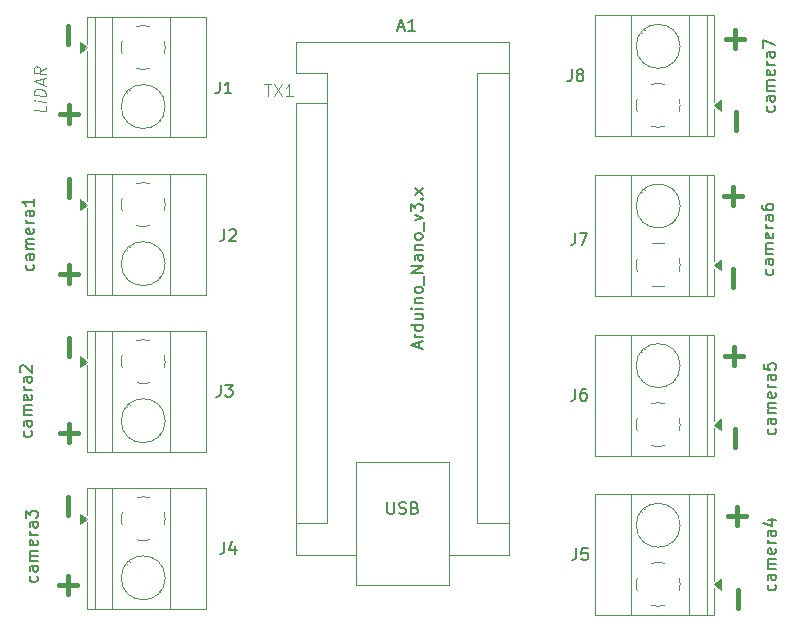
<source format=gto>
%TF.GenerationSoftware,KiCad,Pcbnew,9.0.0*%
%TF.CreationDate,2025-11-11T15:09:18+01:00*%
%TF.ProjectId,lidar_and_7_camera_trigger_arduino_circuit,6c696461-725f-4616-9e64-5f375f63616d,1.0*%
%TF.SameCoordinates,Original*%
%TF.FileFunction,Legend,Top*%
%TF.FilePolarity,Positive*%
%FSLAX46Y46*%
G04 Gerber Fmt 4.6, Leading zero omitted, Abs format (unit mm)*
G04 Created by KiCad (PCBNEW 9.0.0) date 2025-11-11 15:09:18*
%MOMM*%
%LPD*%
G01*
G04 APERTURE LIST*
%ADD10C,0.100000*%
%ADD11C,0.125000*%
%ADD12C,0.400000*%
%ADD13C,0.150000*%
%ADD14C,0.120000*%
G04 APERTURE END LIST*
D10*
X149661027Y-75772419D02*
X150232455Y-75772419D01*
X149946741Y-76772419D02*
X149946741Y-75772419D01*
X150470551Y-75772419D02*
X151137217Y-76772419D01*
X151137217Y-75772419D02*
X150470551Y-76772419D01*
X152041979Y-76772419D02*
X151470551Y-76772419D01*
X151756265Y-76772419D02*
X151756265Y-75772419D01*
X151756265Y-75772419D02*
X151661027Y-75915276D01*
X151661027Y-75915276D02*
X151565789Y-76010514D01*
X151565789Y-76010514D02*
X151470551Y-76058133D01*
D11*
X131171119Y-77609430D02*
X131171119Y-78085621D01*
X131171119Y-78085621D02*
X130171119Y-77960621D01*
X131171119Y-77276097D02*
X130504452Y-77192763D01*
X130171119Y-77151097D02*
X130218738Y-77204668D01*
X130218738Y-77204668D02*
X130266357Y-77163001D01*
X130266357Y-77163001D02*
X130218738Y-77109430D01*
X130218738Y-77109430D02*
X130171119Y-77151097D01*
X130171119Y-77151097D02*
X130266357Y-77163001D01*
X131171119Y-76799907D02*
X130171119Y-76674907D01*
X130171119Y-76674907D02*
X130171119Y-76436811D01*
X130171119Y-76436811D02*
X130218738Y-76299907D01*
X130218738Y-76299907D02*
X130313976Y-76216573D01*
X130313976Y-76216573D02*
X130409214Y-76180859D01*
X130409214Y-76180859D02*
X130599690Y-76157050D01*
X130599690Y-76157050D02*
X130742547Y-76174907D01*
X130742547Y-76174907D02*
X130933023Y-76246335D01*
X130933023Y-76246335D02*
X131028261Y-76305859D01*
X131028261Y-76305859D02*
X131123500Y-76413002D01*
X131123500Y-76413002D02*
X131171119Y-76561811D01*
X131171119Y-76561811D02*
X131171119Y-76799907D01*
X130885404Y-75811811D02*
X130885404Y-75335621D01*
X131171119Y-75942764D02*
X130171119Y-75484430D01*
X130171119Y-75484430D02*
X131171119Y-75276097D01*
X131171119Y-74371335D02*
X130694928Y-74645145D01*
X131171119Y-74942764D02*
X130171119Y-74817764D01*
X130171119Y-74817764D02*
X130171119Y-74436811D01*
X130171119Y-74436811D02*
X130218738Y-74347526D01*
X130218738Y-74347526D02*
X130266357Y-74305859D01*
X130266357Y-74305859D02*
X130361595Y-74270145D01*
X130361595Y-74270145D02*
X130504452Y-74288002D01*
X130504452Y-74288002D02*
X130599690Y-74347526D01*
X130599690Y-74347526D02*
X130647309Y-74401097D01*
X130647309Y-74401097D02*
X130694928Y-74502287D01*
X130694928Y-74502287D02*
X130694928Y-74883240D01*
D12*
X133042533Y-72367319D02*
X133042533Y-70843510D01*
X132339347Y-78272533D02*
X133863157Y-78272533D01*
X133101252Y-79034438D02*
X133101252Y-77510628D01*
X133142533Y-85360652D02*
X133142533Y-83836843D01*
X132339347Y-91872533D02*
X133863157Y-91872533D01*
X133101252Y-92634438D02*
X133101252Y-91110628D01*
X133142533Y-98760652D02*
X133142533Y-97236843D01*
X132339347Y-105272533D02*
X133863157Y-105272533D01*
X133101252Y-106034438D02*
X133101252Y-104510628D01*
X132239347Y-118172533D02*
X133763157Y-118172533D01*
X133001252Y-118934438D02*
X133001252Y-117410628D01*
X133042533Y-112267319D02*
X133042533Y-110743510D01*
X188739347Y-71972533D02*
X190263157Y-71972533D01*
X189501252Y-72734438D02*
X189501252Y-71210628D01*
X189572533Y-79660652D02*
X189572533Y-78136843D01*
X188539347Y-85272533D02*
X190063157Y-85272533D01*
X189301252Y-86034438D02*
X189301252Y-84510628D01*
X189372533Y-92960652D02*
X189372533Y-91436843D01*
X189472533Y-106460652D02*
X189472533Y-104936843D01*
X188639347Y-98772533D02*
X190163157Y-98772533D01*
X189401252Y-99534438D02*
X189401252Y-98010628D01*
X189772533Y-120160652D02*
X189772533Y-118636843D01*
X188939347Y-112372533D02*
X190463157Y-112372533D01*
X189701252Y-113134438D02*
X189701252Y-111610628D01*
D13*
X146266666Y-88054819D02*
X146266666Y-88769104D01*
X146266666Y-88769104D02*
X146219047Y-88911961D01*
X146219047Y-88911961D02*
X146123809Y-89007200D01*
X146123809Y-89007200D02*
X145980952Y-89054819D01*
X145980952Y-89054819D02*
X145885714Y-89054819D01*
X146695238Y-88150057D02*
X146742857Y-88102438D01*
X146742857Y-88102438D02*
X146838095Y-88054819D01*
X146838095Y-88054819D02*
X147076190Y-88054819D01*
X147076190Y-88054819D02*
X147171428Y-88102438D01*
X147171428Y-88102438D02*
X147219047Y-88150057D01*
X147219047Y-88150057D02*
X147266666Y-88245295D01*
X147266666Y-88245295D02*
X147266666Y-88340533D01*
X147266666Y-88340533D02*
X147219047Y-88483390D01*
X147219047Y-88483390D02*
X146647619Y-89054819D01*
X146647619Y-89054819D02*
X147266666Y-89054819D01*
X130107200Y-91047619D02*
X130154819Y-91142857D01*
X130154819Y-91142857D02*
X130154819Y-91333333D01*
X130154819Y-91333333D02*
X130107200Y-91428571D01*
X130107200Y-91428571D02*
X130059580Y-91476190D01*
X130059580Y-91476190D02*
X129964342Y-91523809D01*
X129964342Y-91523809D02*
X129678628Y-91523809D01*
X129678628Y-91523809D02*
X129583390Y-91476190D01*
X129583390Y-91476190D02*
X129535771Y-91428571D01*
X129535771Y-91428571D02*
X129488152Y-91333333D01*
X129488152Y-91333333D02*
X129488152Y-91142857D01*
X129488152Y-91142857D02*
X129535771Y-91047619D01*
X130154819Y-90190476D02*
X129631009Y-90190476D01*
X129631009Y-90190476D02*
X129535771Y-90238095D01*
X129535771Y-90238095D02*
X129488152Y-90333333D01*
X129488152Y-90333333D02*
X129488152Y-90523809D01*
X129488152Y-90523809D02*
X129535771Y-90619047D01*
X130107200Y-90190476D02*
X130154819Y-90285714D01*
X130154819Y-90285714D02*
X130154819Y-90523809D01*
X130154819Y-90523809D02*
X130107200Y-90619047D01*
X130107200Y-90619047D02*
X130011961Y-90666666D01*
X130011961Y-90666666D02*
X129916723Y-90666666D01*
X129916723Y-90666666D02*
X129821485Y-90619047D01*
X129821485Y-90619047D02*
X129773866Y-90523809D01*
X129773866Y-90523809D02*
X129773866Y-90285714D01*
X129773866Y-90285714D02*
X129726247Y-90190476D01*
X130154819Y-89714285D02*
X129488152Y-89714285D01*
X129583390Y-89714285D02*
X129535771Y-89666666D01*
X129535771Y-89666666D02*
X129488152Y-89571428D01*
X129488152Y-89571428D02*
X129488152Y-89428571D01*
X129488152Y-89428571D02*
X129535771Y-89333333D01*
X129535771Y-89333333D02*
X129631009Y-89285714D01*
X129631009Y-89285714D02*
X130154819Y-89285714D01*
X129631009Y-89285714D02*
X129535771Y-89238095D01*
X129535771Y-89238095D02*
X129488152Y-89142857D01*
X129488152Y-89142857D02*
X129488152Y-89000000D01*
X129488152Y-89000000D02*
X129535771Y-88904761D01*
X129535771Y-88904761D02*
X129631009Y-88857142D01*
X129631009Y-88857142D02*
X130154819Y-88857142D01*
X130107200Y-88000000D02*
X130154819Y-88095238D01*
X130154819Y-88095238D02*
X130154819Y-88285714D01*
X130154819Y-88285714D02*
X130107200Y-88380952D01*
X130107200Y-88380952D02*
X130011961Y-88428571D01*
X130011961Y-88428571D02*
X129631009Y-88428571D01*
X129631009Y-88428571D02*
X129535771Y-88380952D01*
X129535771Y-88380952D02*
X129488152Y-88285714D01*
X129488152Y-88285714D02*
X129488152Y-88095238D01*
X129488152Y-88095238D02*
X129535771Y-88000000D01*
X129535771Y-88000000D02*
X129631009Y-87952381D01*
X129631009Y-87952381D02*
X129726247Y-87952381D01*
X129726247Y-87952381D02*
X129821485Y-88428571D01*
X130154819Y-87523809D02*
X129488152Y-87523809D01*
X129678628Y-87523809D02*
X129583390Y-87476190D01*
X129583390Y-87476190D02*
X129535771Y-87428571D01*
X129535771Y-87428571D02*
X129488152Y-87333333D01*
X129488152Y-87333333D02*
X129488152Y-87238095D01*
X130154819Y-86476190D02*
X129631009Y-86476190D01*
X129631009Y-86476190D02*
X129535771Y-86523809D01*
X129535771Y-86523809D02*
X129488152Y-86619047D01*
X129488152Y-86619047D02*
X129488152Y-86809523D01*
X129488152Y-86809523D02*
X129535771Y-86904761D01*
X130107200Y-86476190D02*
X130154819Y-86571428D01*
X130154819Y-86571428D02*
X130154819Y-86809523D01*
X130154819Y-86809523D02*
X130107200Y-86904761D01*
X130107200Y-86904761D02*
X130011961Y-86952380D01*
X130011961Y-86952380D02*
X129916723Y-86952380D01*
X129916723Y-86952380D02*
X129821485Y-86904761D01*
X129821485Y-86904761D02*
X129773866Y-86809523D01*
X129773866Y-86809523D02*
X129773866Y-86571428D01*
X129773866Y-86571428D02*
X129726247Y-86476190D01*
X130154819Y-85476190D02*
X130154819Y-86047618D01*
X130154819Y-85761904D02*
X129154819Y-85761904D01*
X129154819Y-85761904D02*
X129297676Y-85857142D01*
X129297676Y-85857142D02*
X129392914Y-85952380D01*
X129392914Y-85952380D02*
X129440533Y-86047618D01*
X146266666Y-114521486D02*
X146266666Y-115235771D01*
X146266666Y-115235771D02*
X146219047Y-115378628D01*
X146219047Y-115378628D02*
X146123809Y-115473867D01*
X146123809Y-115473867D02*
X145980952Y-115521486D01*
X145980952Y-115521486D02*
X145885714Y-115521486D01*
X147171428Y-114854819D02*
X147171428Y-115521486D01*
X146933333Y-114473867D02*
X146695238Y-115188152D01*
X146695238Y-115188152D02*
X147314285Y-115188152D01*
X130407200Y-117447619D02*
X130454819Y-117542857D01*
X130454819Y-117542857D02*
X130454819Y-117733333D01*
X130454819Y-117733333D02*
X130407200Y-117828571D01*
X130407200Y-117828571D02*
X130359580Y-117876190D01*
X130359580Y-117876190D02*
X130264342Y-117923809D01*
X130264342Y-117923809D02*
X129978628Y-117923809D01*
X129978628Y-117923809D02*
X129883390Y-117876190D01*
X129883390Y-117876190D02*
X129835771Y-117828571D01*
X129835771Y-117828571D02*
X129788152Y-117733333D01*
X129788152Y-117733333D02*
X129788152Y-117542857D01*
X129788152Y-117542857D02*
X129835771Y-117447619D01*
X130454819Y-116590476D02*
X129931009Y-116590476D01*
X129931009Y-116590476D02*
X129835771Y-116638095D01*
X129835771Y-116638095D02*
X129788152Y-116733333D01*
X129788152Y-116733333D02*
X129788152Y-116923809D01*
X129788152Y-116923809D02*
X129835771Y-117019047D01*
X130407200Y-116590476D02*
X130454819Y-116685714D01*
X130454819Y-116685714D02*
X130454819Y-116923809D01*
X130454819Y-116923809D02*
X130407200Y-117019047D01*
X130407200Y-117019047D02*
X130311961Y-117066666D01*
X130311961Y-117066666D02*
X130216723Y-117066666D01*
X130216723Y-117066666D02*
X130121485Y-117019047D01*
X130121485Y-117019047D02*
X130073866Y-116923809D01*
X130073866Y-116923809D02*
X130073866Y-116685714D01*
X130073866Y-116685714D02*
X130026247Y-116590476D01*
X130454819Y-116114285D02*
X129788152Y-116114285D01*
X129883390Y-116114285D02*
X129835771Y-116066666D01*
X129835771Y-116066666D02*
X129788152Y-115971428D01*
X129788152Y-115971428D02*
X129788152Y-115828571D01*
X129788152Y-115828571D02*
X129835771Y-115733333D01*
X129835771Y-115733333D02*
X129931009Y-115685714D01*
X129931009Y-115685714D02*
X130454819Y-115685714D01*
X129931009Y-115685714D02*
X129835771Y-115638095D01*
X129835771Y-115638095D02*
X129788152Y-115542857D01*
X129788152Y-115542857D02*
X129788152Y-115400000D01*
X129788152Y-115400000D02*
X129835771Y-115304761D01*
X129835771Y-115304761D02*
X129931009Y-115257142D01*
X129931009Y-115257142D02*
X130454819Y-115257142D01*
X130407200Y-114400000D02*
X130454819Y-114495238D01*
X130454819Y-114495238D02*
X130454819Y-114685714D01*
X130454819Y-114685714D02*
X130407200Y-114780952D01*
X130407200Y-114780952D02*
X130311961Y-114828571D01*
X130311961Y-114828571D02*
X129931009Y-114828571D01*
X129931009Y-114828571D02*
X129835771Y-114780952D01*
X129835771Y-114780952D02*
X129788152Y-114685714D01*
X129788152Y-114685714D02*
X129788152Y-114495238D01*
X129788152Y-114495238D02*
X129835771Y-114400000D01*
X129835771Y-114400000D02*
X129931009Y-114352381D01*
X129931009Y-114352381D02*
X130026247Y-114352381D01*
X130026247Y-114352381D02*
X130121485Y-114828571D01*
X130454819Y-113923809D02*
X129788152Y-113923809D01*
X129978628Y-113923809D02*
X129883390Y-113876190D01*
X129883390Y-113876190D02*
X129835771Y-113828571D01*
X129835771Y-113828571D02*
X129788152Y-113733333D01*
X129788152Y-113733333D02*
X129788152Y-113638095D01*
X130454819Y-112876190D02*
X129931009Y-112876190D01*
X129931009Y-112876190D02*
X129835771Y-112923809D01*
X129835771Y-112923809D02*
X129788152Y-113019047D01*
X129788152Y-113019047D02*
X129788152Y-113209523D01*
X129788152Y-113209523D02*
X129835771Y-113304761D01*
X130407200Y-112876190D02*
X130454819Y-112971428D01*
X130454819Y-112971428D02*
X130454819Y-113209523D01*
X130454819Y-113209523D02*
X130407200Y-113304761D01*
X130407200Y-113304761D02*
X130311961Y-113352380D01*
X130311961Y-113352380D02*
X130216723Y-113352380D01*
X130216723Y-113352380D02*
X130121485Y-113304761D01*
X130121485Y-113304761D02*
X130073866Y-113209523D01*
X130073866Y-113209523D02*
X130073866Y-112971428D01*
X130073866Y-112971428D02*
X130026247Y-112876190D01*
X129454819Y-112495237D02*
X129454819Y-111876190D01*
X129454819Y-111876190D02*
X129835771Y-112209523D01*
X129835771Y-112209523D02*
X129835771Y-112066666D01*
X129835771Y-112066666D02*
X129883390Y-111971428D01*
X129883390Y-111971428D02*
X129931009Y-111923809D01*
X129931009Y-111923809D02*
X130026247Y-111876190D01*
X130026247Y-111876190D02*
X130264342Y-111876190D01*
X130264342Y-111876190D02*
X130359580Y-111923809D01*
X130359580Y-111923809D02*
X130407200Y-111971428D01*
X130407200Y-111971428D02*
X130454819Y-112066666D01*
X130454819Y-112066666D02*
X130454819Y-112352380D01*
X130454819Y-112352380D02*
X130407200Y-112447618D01*
X130407200Y-112447618D02*
X130359580Y-112495237D01*
X145866666Y-75554819D02*
X145866666Y-76269104D01*
X145866666Y-76269104D02*
X145819047Y-76411961D01*
X145819047Y-76411961D02*
X145723809Y-76507200D01*
X145723809Y-76507200D02*
X145580952Y-76554819D01*
X145580952Y-76554819D02*
X145485714Y-76554819D01*
X146866666Y-76554819D02*
X146295238Y-76554819D01*
X146580952Y-76554819D02*
X146580952Y-75554819D01*
X146580952Y-75554819D02*
X146485714Y-75697676D01*
X146485714Y-75697676D02*
X146390476Y-75792914D01*
X146390476Y-75792914D02*
X146295238Y-75840533D01*
X145966666Y-101221486D02*
X145966666Y-101935771D01*
X145966666Y-101935771D02*
X145919047Y-102078628D01*
X145919047Y-102078628D02*
X145823809Y-102173867D01*
X145823809Y-102173867D02*
X145680952Y-102221486D01*
X145680952Y-102221486D02*
X145585714Y-102221486D01*
X146347619Y-101221486D02*
X146966666Y-101221486D01*
X146966666Y-101221486D02*
X146633333Y-101602438D01*
X146633333Y-101602438D02*
X146776190Y-101602438D01*
X146776190Y-101602438D02*
X146871428Y-101650057D01*
X146871428Y-101650057D02*
X146919047Y-101697676D01*
X146919047Y-101697676D02*
X146966666Y-101792914D01*
X146966666Y-101792914D02*
X146966666Y-102031009D01*
X146966666Y-102031009D02*
X146919047Y-102126247D01*
X146919047Y-102126247D02*
X146871428Y-102173867D01*
X146871428Y-102173867D02*
X146776190Y-102221486D01*
X146776190Y-102221486D02*
X146490476Y-102221486D01*
X146490476Y-102221486D02*
X146395238Y-102173867D01*
X146395238Y-102173867D02*
X146347619Y-102126247D01*
X129907200Y-105147619D02*
X129954819Y-105242857D01*
X129954819Y-105242857D02*
X129954819Y-105433333D01*
X129954819Y-105433333D02*
X129907200Y-105528571D01*
X129907200Y-105528571D02*
X129859580Y-105576190D01*
X129859580Y-105576190D02*
X129764342Y-105623809D01*
X129764342Y-105623809D02*
X129478628Y-105623809D01*
X129478628Y-105623809D02*
X129383390Y-105576190D01*
X129383390Y-105576190D02*
X129335771Y-105528571D01*
X129335771Y-105528571D02*
X129288152Y-105433333D01*
X129288152Y-105433333D02*
X129288152Y-105242857D01*
X129288152Y-105242857D02*
X129335771Y-105147619D01*
X129954819Y-104290476D02*
X129431009Y-104290476D01*
X129431009Y-104290476D02*
X129335771Y-104338095D01*
X129335771Y-104338095D02*
X129288152Y-104433333D01*
X129288152Y-104433333D02*
X129288152Y-104623809D01*
X129288152Y-104623809D02*
X129335771Y-104719047D01*
X129907200Y-104290476D02*
X129954819Y-104385714D01*
X129954819Y-104385714D02*
X129954819Y-104623809D01*
X129954819Y-104623809D02*
X129907200Y-104719047D01*
X129907200Y-104719047D02*
X129811961Y-104766666D01*
X129811961Y-104766666D02*
X129716723Y-104766666D01*
X129716723Y-104766666D02*
X129621485Y-104719047D01*
X129621485Y-104719047D02*
X129573866Y-104623809D01*
X129573866Y-104623809D02*
X129573866Y-104385714D01*
X129573866Y-104385714D02*
X129526247Y-104290476D01*
X129954819Y-103814285D02*
X129288152Y-103814285D01*
X129383390Y-103814285D02*
X129335771Y-103766666D01*
X129335771Y-103766666D02*
X129288152Y-103671428D01*
X129288152Y-103671428D02*
X129288152Y-103528571D01*
X129288152Y-103528571D02*
X129335771Y-103433333D01*
X129335771Y-103433333D02*
X129431009Y-103385714D01*
X129431009Y-103385714D02*
X129954819Y-103385714D01*
X129431009Y-103385714D02*
X129335771Y-103338095D01*
X129335771Y-103338095D02*
X129288152Y-103242857D01*
X129288152Y-103242857D02*
X129288152Y-103100000D01*
X129288152Y-103100000D02*
X129335771Y-103004761D01*
X129335771Y-103004761D02*
X129431009Y-102957142D01*
X129431009Y-102957142D02*
X129954819Y-102957142D01*
X129907200Y-102100000D02*
X129954819Y-102195238D01*
X129954819Y-102195238D02*
X129954819Y-102385714D01*
X129954819Y-102385714D02*
X129907200Y-102480952D01*
X129907200Y-102480952D02*
X129811961Y-102528571D01*
X129811961Y-102528571D02*
X129431009Y-102528571D01*
X129431009Y-102528571D02*
X129335771Y-102480952D01*
X129335771Y-102480952D02*
X129288152Y-102385714D01*
X129288152Y-102385714D02*
X129288152Y-102195238D01*
X129288152Y-102195238D02*
X129335771Y-102100000D01*
X129335771Y-102100000D02*
X129431009Y-102052381D01*
X129431009Y-102052381D02*
X129526247Y-102052381D01*
X129526247Y-102052381D02*
X129621485Y-102528571D01*
X129954819Y-101623809D02*
X129288152Y-101623809D01*
X129478628Y-101623809D02*
X129383390Y-101576190D01*
X129383390Y-101576190D02*
X129335771Y-101528571D01*
X129335771Y-101528571D02*
X129288152Y-101433333D01*
X129288152Y-101433333D02*
X129288152Y-101338095D01*
X129954819Y-100576190D02*
X129431009Y-100576190D01*
X129431009Y-100576190D02*
X129335771Y-100623809D01*
X129335771Y-100623809D02*
X129288152Y-100719047D01*
X129288152Y-100719047D02*
X129288152Y-100909523D01*
X129288152Y-100909523D02*
X129335771Y-101004761D01*
X129907200Y-100576190D02*
X129954819Y-100671428D01*
X129954819Y-100671428D02*
X129954819Y-100909523D01*
X129954819Y-100909523D02*
X129907200Y-101004761D01*
X129907200Y-101004761D02*
X129811961Y-101052380D01*
X129811961Y-101052380D02*
X129716723Y-101052380D01*
X129716723Y-101052380D02*
X129621485Y-101004761D01*
X129621485Y-101004761D02*
X129573866Y-100909523D01*
X129573866Y-100909523D02*
X129573866Y-100671428D01*
X129573866Y-100671428D02*
X129526247Y-100576190D01*
X129050057Y-100147618D02*
X129002438Y-100099999D01*
X129002438Y-100099999D02*
X128954819Y-100004761D01*
X128954819Y-100004761D02*
X128954819Y-99766666D01*
X128954819Y-99766666D02*
X129002438Y-99671428D01*
X129002438Y-99671428D02*
X129050057Y-99623809D01*
X129050057Y-99623809D02*
X129145295Y-99576190D01*
X129145295Y-99576190D02*
X129240533Y-99576190D01*
X129240533Y-99576190D02*
X129383390Y-99623809D01*
X129383390Y-99623809D02*
X129954819Y-100195237D01*
X129954819Y-100195237D02*
X129954819Y-99576190D01*
X175966666Y-101554819D02*
X175966666Y-102269104D01*
X175966666Y-102269104D02*
X175919047Y-102411961D01*
X175919047Y-102411961D02*
X175823809Y-102507200D01*
X175823809Y-102507200D02*
X175680952Y-102554819D01*
X175680952Y-102554819D02*
X175585714Y-102554819D01*
X176871428Y-101554819D02*
X176680952Y-101554819D01*
X176680952Y-101554819D02*
X176585714Y-101602438D01*
X176585714Y-101602438D02*
X176538095Y-101650057D01*
X176538095Y-101650057D02*
X176442857Y-101792914D01*
X176442857Y-101792914D02*
X176395238Y-101983390D01*
X176395238Y-101983390D02*
X176395238Y-102364342D01*
X176395238Y-102364342D02*
X176442857Y-102459580D01*
X176442857Y-102459580D02*
X176490476Y-102507200D01*
X176490476Y-102507200D02*
X176585714Y-102554819D01*
X176585714Y-102554819D02*
X176776190Y-102554819D01*
X176776190Y-102554819D02*
X176871428Y-102507200D01*
X176871428Y-102507200D02*
X176919047Y-102459580D01*
X176919047Y-102459580D02*
X176966666Y-102364342D01*
X176966666Y-102364342D02*
X176966666Y-102126247D01*
X176966666Y-102126247D02*
X176919047Y-102031009D01*
X176919047Y-102031009D02*
X176871428Y-101983390D01*
X176871428Y-101983390D02*
X176776190Y-101935771D01*
X176776190Y-101935771D02*
X176585714Y-101935771D01*
X176585714Y-101935771D02*
X176490476Y-101983390D01*
X176490476Y-101983390D02*
X176442857Y-102031009D01*
X176442857Y-102031009D02*
X176395238Y-102126247D01*
X192907200Y-104947619D02*
X192954819Y-105042857D01*
X192954819Y-105042857D02*
X192954819Y-105233333D01*
X192954819Y-105233333D02*
X192907200Y-105328571D01*
X192907200Y-105328571D02*
X192859580Y-105376190D01*
X192859580Y-105376190D02*
X192764342Y-105423809D01*
X192764342Y-105423809D02*
X192478628Y-105423809D01*
X192478628Y-105423809D02*
X192383390Y-105376190D01*
X192383390Y-105376190D02*
X192335771Y-105328571D01*
X192335771Y-105328571D02*
X192288152Y-105233333D01*
X192288152Y-105233333D02*
X192288152Y-105042857D01*
X192288152Y-105042857D02*
X192335771Y-104947619D01*
X192954819Y-104090476D02*
X192431009Y-104090476D01*
X192431009Y-104090476D02*
X192335771Y-104138095D01*
X192335771Y-104138095D02*
X192288152Y-104233333D01*
X192288152Y-104233333D02*
X192288152Y-104423809D01*
X192288152Y-104423809D02*
X192335771Y-104519047D01*
X192907200Y-104090476D02*
X192954819Y-104185714D01*
X192954819Y-104185714D02*
X192954819Y-104423809D01*
X192954819Y-104423809D02*
X192907200Y-104519047D01*
X192907200Y-104519047D02*
X192811961Y-104566666D01*
X192811961Y-104566666D02*
X192716723Y-104566666D01*
X192716723Y-104566666D02*
X192621485Y-104519047D01*
X192621485Y-104519047D02*
X192573866Y-104423809D01*
X192573866Y-104423809D02*
X192573866Y-104185714D01*
X192573866Y-104185714D02*
X192526247Y-104090476D01*
X192954819Y-103614285D02*
X192288152Y-103614285D01*
X192383390Y-103614285D02*
X192335771Y-103566666D01*
X192335771Y-103566666D02*
X192288152Y-103471428D01*
X192288152Y-103471428D02*
X192288152Y-103328571D01*
X192288152Y-103328571D02*
X192335771Y-103233333D01*
X192335771Y-103233333D02*
X192431009Y-103185714D01*
X192431009Y-103185714D02*
X192954819Y-103185714D01*
X192431009Y-103185714D02*
X192335771Y-103138095D01*
X192335771Y-103138095D02*
X192288152Y-103042857D01*
X192288152Y-103042857D02*
X192288152Y-102900000D01*
X192288152Y-102900000D02*
X192335771Y-102804761D01*
X192335771Y-102804761D02*
X192431009Y-102757142D01*
X192431009Y-102757142D02*
X192954819Y-102757142D01*
X192907200Y-101900000D02*
X192954819Y-101995238D01*
X192954819Y-101995238D02*
X192954819Y-102185714D01*
X192954819Y-102185714D02*
X192907200Y-102280952D01*
X192907200Y-102280952D02*
X192811961Y-102328571D01*
X192811961Y-102328571D02*
X192431009Y-102328571D01*
X192431009Y-102328571D02*
X192335771Y-102280952D01*
X192335771Y-102280952D02*
X192288152Y-102185714D01*
X192288152Y-102185714D02*
X192288152Y-101995238D01*
X192288152Y-101995238D02*
X192335771Y-101900000D01*
X192335771Y-101900000D02*
X192431009Y-101852381D01*
X192431009Y-101852381D02*
X192526247Y-101852381D01*
X192526247Y-101852381D02*
X192621485Y-102328571D01*
X192954819Y-101423809D02*
X192288152Y-101423809D01*
X192478628Y-101423809D02*
X192383390Y-101376190D01*
X192383390Y-101376190D02*
X192335771Y-101328571D01*
X192335771Y-101328571D02*
X192288152Y-101233333D01*
X192288152Y-101233333D02*
X192288152Y-101138095D01*
X192954819Y-100376190D02*
X192431009Y-100376190D01*
X192431009Y-100376190D02*
X192335771Y-100423809D01*
X192335771Y-100423809D02*
X192288152Y-100519047D01*
X192288152Y-100519047D02*
X192288152Y-100709523D01*
X192288152Y-100709523D02*
X192335771Y-100804761D01*
X192907200Y-100376190D02*
X192954819Y-100471428D01*
X192954819Y-100471428D02*
X192954819Y-100709523D01*
X192954819Y-100709523D02*
X192907200Y-100804761D01*
X192907200Y-100804761D02*
X192811961Y-100852380D01*
X192811961Y-100852380D02*
X192716723Y-100852380D01*
X192716723Y-100852380D02*
X192621485Y-100804761D01*
X192621485Y-100804761D02*
X192573866Y-100709523D01*
X192573866Y-100709523D02*
X192573866Y-100471428D01*
X192573866Y-100471428D02*
X192526247Y-100376190D01*
X191954819Y-99423809D02*
X191954819Y-99899999D01*
X191954819Y-99899999D02*
X192431009Y-99947618D01*
X192431009Y-99947618D02*
X192383390Y-99899999D01*
X192383390Y-99899999D02*
X192335771Y-99804761D01*
X192335771Y-99804761D02*
X192335771Y-99566666D01*
X192335771Y-99566666D02*
X192383390Y-99471428D01*
X192383390Y-99471428D02*
X192431009Y-99423809D01*
X192431009Y-99423809D02*
X192526247Y-99376190D01*
X192526247Y-99376190D02*
X192764342Y-99376190D01*
X192764342Y-99376190D02*
X192859580Y-99423809D01*
X192859580Y-99423809D02*
X192907200Y-99471428D01*
X192907200Y-99471428D02*
X192954819Y-99566666D01*
X192954819Y-99566666D02*
X192954819Y-99804761D01*
X192954819Y-99804761D02*
X192907200Y-99899999D01*
X192907200Y-99899999D02*
X192859580Y-99947618D01*
X176066666Y-115054819D02*
X176066666Y-115769104D01*
X176066666Y-115769104D02*
X176019047Y-115911961D01*
X176019047Y-115911961D02*
X175923809Y-116007200D01*
X175923809Y-116007200D02*
X175780952Y-116054819D01*
X175780952Y-116054819D02*
X175685714Y-116054819D01*
X177019047Y-115054819D02*
X176542857Y-115054819D01*
X176542857Y-115054819D02*
X176495238Y-115531009D01*
X176495238Y-115531009D02*
X176542857Y-115483390D01*
X176542857Y-115483390D02*
X176638095Y-115435771D01*
X176638095Y-115435771D02*
X176876190Y-115435771D01*
X176876190Y-115435771D02*
X176971428Y-115483390D01*
X176971428Y-115483390D02*
X177019047Y-115531009D01*
X177019047Y-115531009D02*
X177066666Y-115626247D01*
X177066666Y-115626247D02*
X177066666Y-115864342D01*
X177066666Y-115864342D02*
X177019047Y-115959580D01*
X177019047Y-115959580D02*
X176971428Y-116007200D01*
X176971428Y-116007200D02*
X176876190Y-116054819D01*
X176876190Y-116054819D02*
X176638095Y-116054819D01*
X176638095Y-116054819D02*
X176542857Y-116007200D01*
X176542857Y-116007200D02*
X176495238Y-115959580D01*
X192907200Y-118147619D02*
X192954819Y-118242857D01*
X192954819Y-118242857D02*
X192954819Y-118433333D01*
X192954819Y-118433333D02*
X192907200Y-118528571D01*
X192907200Y-118528571D02*
X192859580Y-118576190D01*
X192859580Y-118576190D02*
X192764342Y-118623809D01*
X192764342Y-118623809D02*
X192478628Y-118623809D01*
X192478628Y-118623809D02*
X192383390Y-118576190D01*
X192383390Y-118576190D02*
X192335771Y-118528571D01*
X192335771Y-118528571D02*
X192288152Y-118433333D01*
X192288152Y-118433333D02*
X192288152Y-118242857D01*
X192288152Y-118242857D02*
X192335771Y-118147619D01*
X192954819Y-117290476D02*
X192431009Y-117290476D01*
X192431009Y-117290476D02*
X192335771Y-117338095D01*
X192335771Y-117338095D02*
X192288152Y-117433333D01*
X192288152Y-117433333D02*
X192288152Y-117623809D01*
X192288152Y-117623809D02*
X192335771Y-117719047D01*
X192907200Y-117290476D02*
X192954819Y-117385714D01*
X192954819Y-117385714D02*
X192954819Y-117623809D01*
X192954819Y-117623809D02*
X192907200Y-117719047D01*
X192907200Y-117719047D02*
X192811961Y-117766666D01*
X192811961Y-117766666D02*
X192716723Y-117766666D01*
X192716723Y-117766666D02*
X192621485Y-117719047D01*
X192621485Y-117719047D02*
X192573866Y-117623809D01*
X192573866Y-117623809D02*
X192573866Y-117385714D01*
X192573866Y-117385714D02*
X192526247Y-117290476D01*
X192954819Y-116814285D02*
X192288152Y-116814285D01*
X192383390Y-116814285D02*
X192335771Y-116766666D01*
X192335771Y-116766666D02*
X192288152Y-116671428D01*
X192288152Y-116671428D02*
X192288152Y-116528571D01*
X192288152Y-116528571D02*
X192335771Y-116433333D01*
X192335771Y-116433333D02*
X192431009Y-116385714D01*
X192431009Y-116385714D02*
X192954819Y-116385714D01*
X192431009Y-116385714D02*
X192335771Y-116338095D01*
X192335771Y-116338095D02*
X192288152Y-116242857D01*
X192288152Y-116242857D02*
X192288152Y-116100000D01*
X192288152Y-116100000D02*
X192335771Y-116004761D01*
X192335771Y-116004761D02*
X192431009Y-115957142D01*
X192431009Y-115957142D02*
X192954819Y-115957142D01*
X192907200Y-115100000D02*
X192954819Y-115195238D01*
X192954819Y-115195238D02*
X192954819Y-115385714D01*
X192954819Y-115385714D02*
X192907200Y-115480952D01*
X192907200Y-115480952D02*
X192811961Y-115528571D01*
X192811961Y-115528571D02*
X192431009Y-115528571D01*
X192431009Y-115528571D02*
X192335771Y-115480952D01*
X192335771Y-115480952D02*
X192288152Y-115385714D01*
X192288152Y-115385714D02*
X192288152Y-115195238D01*
X192288152Y-115195238D02*
X192335771Y-115100000D01*
X192335771Y-115100000D02*
X192431009Y-115052381D01*
X192431009Y-115052381D02*
X192526247Y-115052381D01*
X192526247Y-115052381D02*
X192621485Y-115528571D01*
X192954819Y-114623809D02*
X192288152Y-114623809D01*
X192478628Y-114623809D02*
X192383390Y-114576190D01*
X192383390Y-114576190D02*
X192335771Y-114528571D01*
X192335771Y-114528571D02*
X192288152Y-114433333D01*
X192288152Y-114433333D02*
X192288152Y-114338095D01*
X192954819Y-113576190D02*
X192431009Y-113576190D01*
X192431009Y-113576190D02*
X192335771Y-113623809D01*
X192335771Y-113623809D02*
X192288152Y-113719047D01*
X192288152Y-113719047D02*
X192288152Y-113909523D01*
X192288152Y-113909523D02*
X192335771Y-114004761D01*
X192907200Y-113576190D02*
X192954819Y-113671428D01*
X192954819Y-113671428D02*
X192954819Y-113909523D01*
X192954819Y-113909523D02*
X192907200Y-114004761D01*
X192907200Y-114004761D02*
X192811961Y-114052380D01*
X192811961Y-114052380D02*
X192716723Y-114052380D01*
X192716723Y-114052380D02*
X192621485Y-114004761D01*
X192621485Y-114004761D02*
X192573866Y-113909523D01*
X192573866Y-113909523D02*
X192573866Y-113671428D01*
X192573866Y-113671428D02*
X192526247Y-113576190D01*
X192288152Y-112671428D02*
X192954819Y-112671428D01*
X191907200Y-112909523D02*
X192621485Y-113147618D01*
X192621485Y-113147618D02*
X192621485Y-112528571D01*
X175966666Y-88354819D02*
X175966666Y-89069104D01*
X175966666Y-89069104D02*
X175919047Y-89211961D01*
X175919047Y-89211961D02*
X175823809Y-89307200D01*
X175823809Y-89307200D02*
X175680952Y-89354819D01*
X175680952Y-89354819D02*
X175585714Y-89354819D01*
X176347619Y-88354819D02*
X177014285Y-88354819D01*
X177014285Y-88354819D02*
X176585714Y-89354819D01*
X192707200Y-91447619D02*
X192754819Y-91542857D01*
X192754819Y-91542857D02*
X192754819Y-91733333D01*
X192754819Y-91733333D02*
X192707200Y-91828571D01*
X192707200Y-91828571D02*
X192659580Y-91876190D01*
X192659580Y-91876190D02*
X192564342Y-91923809D01*
X192564342Y-91923809D02*
X192278628Y-91923809D01*
X192278628Y-91923809D02*
X192183390Y-91876190D01*
X192183390Y-91876190D02*
X192135771Y-91828571D01*
X192135771Y-91828571D02*
X192088152Y-91733333D01*
X192088152Y-91733333D02*
X192088152Y-91542857D01*
X192088152Y-91542857D02*
X192135771Y-91447619D01*
X192754819Y-90590476D02*
X192231009Y-90590476D01*
X192231009Y-90590476D02*
X192135771Y-90638095D01*
X192135771Y-90638095D02*
X192088152Y-90733333D01*
X192088152Y-90733333D02*
X192088152Y-90923809D01*
X192088152Y-90923809D02*
X192135771Y-91019047D01*
X192707200Y-90590476D02*
X192754819Y-90685714D01*
X192754819Y-90685714D02*
X192754819Y-90923809D01*
X192754819Y-90923809D02*
X192707200Y-91019047D01*
X192707200Y-91019047D02*
X192611961Y-91066666D01*
X192611961Y-91066666D02*
X192516723Y-91066666D01*
X192516723Y-91066666D02*
X192421485Y-91019047D01*
X192421485Y-91019047D02*
X192373866Y-90923809D01*
X192373866Y-90923809D02*
X192373866Y-90685714D01*
X192373866Y-90685714D02*
X192326247Y-90590476D01*
X192754819Y-90114285D02*
X192088152Y-90114285D01*
X192183390Y-90114285D02*
X192135771Y-90066666D01*
X192135771Y-90066666D02*
X192088152Y-89971428D01*
X192088152Y-89971428D02*
X192088152Y-89828571D01*
X192088152Y-89828571D02*
X192135771Y-89733333D01*
X192135771Y-89733333D02*
X192231009Y-89685714D01*
X192231009Y-89685714D02*
X192754819Y-89685714D01*
X192231009Y-89685714D02*
X192135771Y-89638095D01*
X192135771Y-89638095D02*
X192088152Y-89542857D01*
X192088152Y-89542857D02*
X192088152Y-89400000D01*
X192088152Y-89400000D02*
X192135771Y-89304761D01*
X192135771Y-89304761D02*
X192231009Y-89257142D01*
X192231009Y-89257142D02*
X192754819Y-89257142D01*
X192707200Y-88400000D02*
X192754819Y-88495238D01*
X192754819Y-88495238D02*
X192754819Y-88685714D01*
X192754819Y-88685714D02*
X192707200Y-88780952D01*
X192707200Y-88780952D02*
X192611961Y-88828571D01*
X192611961Y-88828571D02*
X192231009Y-88828571D01*
X192231009Y-88828571D02*
X192135771Y-88780952D01*
X192135771Y-88780952D02*
X192088152Y-88685714D01*
X192088152Y-88685714D02*
X192088152Y-88495238D01*
X192088152Y-88495238D02*
X192135771Y-88400000D01*
X192135771Y-88400000D02*
X192231009Y-88352381D01*
X192231009Y-88352381D02*
X192326247Y-88352381D01*
X192326247Y-88352381D02*
X192421485Y-88828571D01*
X192754819Y-87923809D02*
X192088152Y-87923809D01*
X192278628Y-87923809D02*
X192183390Y-87876190D01*
X192183390Y-87876190D02*
X192135771Y-87828571D01*
X192135771Y-87828571D02*
X192088152Y-87733333D01*
X192088152Y-87733333D02*
X192088152Y-87638095D01*
X192754819Y-86876190D02*
X192231009Y-86876190D01*
X192231009Y-86876190D02*
X192135771Y-86923809D01*
X192135771Y-86923809D02*
X192088152Y-87019047D01*
X192088152Y-87019047D02*
X192088152Y-87209523D01*
X192088152Y-87209523D02*
X192135771Y-87304761D01*
X192707200Y-86876190D02*
X192754819Y-86971428D01*
X192754819Y-86971428D02*
X192754819Y-87209523D01*
X192754819Y-87209523D02*
X192707200Y-87304761D01*
X192707200Y-87304761D02*
X192611961Y-87352380D01*
X192611961Y-87352380D02*
X192516723Y-87352380D01*
X192516723Y-87352380D02*
X192421485Y-87304761D01*
X192421485Y-87304761D02*
X192373866Y-87209523D01*
X192373866Y-87209523D02*
X192373866Y-86971428D01*
X192373866Y-86971428D02*
X192326247Y-86876190D01*
X191754819Y-85971428D02*
X191754819Y-86161904D01*
X191754819Y-86161904D02*
X191802438Y-86257142D01*
X191802438Y-86257142D02*
X191850057Y-86304761D01*
X191850057Y-86304761D02*
X191992914Y-86399999D01*
X191992914Y-86399999D02*
X192183390Y-86447618D01*
X192183390Y-86447618D02*
X192564342Y-86447618D01*
X192564342Y-86447618D02*
X192659580Y-86399999D01*
X192659580Y-86399999D02*
X192707200Y-86352380D01*
X192707200Y-86352380D02*
X192754819Y-86257142D01*
X192754819Y-86257142D02*
X192754819Y-86066666D01*
X192754819Y-86066666D02*
X192707200Y-85971428D01*
X192707200Y-85971428D02*
X192659580Y-85923809D01*
X192659580Y-85923809D02*
X192564342Y-85876190D01*
X192564342Y-85876190D02*
X192326247Y-85876190D01*
X192326247Y-85876190D02*
X192231009Y-85923809D01*
X192231009Y-85923809D02*
X192183390Y-85971428D01*
X192183390Y-85971428D02*
X192135771Y-86066666D01*
X192135771Y-86066666D02*
X192135771Y-86257142D01*
X192135771Y-86257142D02*
X192183390Y-86352380D01*
X192183390Y-86352380D02*
X192231009Y-86399999D01*
X192231009Y-86399999D02*
X192326247Y-86447618D01*
X175666666Y-74521486D02*
X175666666Y-75235771D01*
X175666666Y-75235771D02*
X175619047Y-75378628D01*
X175619047Y-75378628D02*
X175523809Y-75473867D01*
X175523809Y-75473867D02*
X175380952Y-75521486D01*
X175380952Y-75521486D02*
X175285714Y-75521486D01*
X176285714Y-74950057D02*
X176190476Y-74902438D01*
X176190476Y-74902438D02*
X176142857Y-74854819D01*
X176142857Y-74854819D02*
X176095238Y-74759581D01*
X176095238Y-74759581D02*
X176095238Y-74711962D01*
X176095238Y-74711962D02*
X176142857Y-74616724D01*
X176142857Y-74616724D02*
X176190476Y-74569105D01*
X176190476Y-74569105D02*
X176285714Y-74521486D01*
X176285714Y-74521486D02*
X176476190Y-74521486D01*
X176476190Y-74521486D02*
X176571428Y-74569105D01*
X176571428Y-74569105D02*
X176619047Y-74616724D01*
X176619047Y-74616724D02*
X176666666Y-74711962D01*
X176666666Y-74711962D02*
X176666666Y-74759581D01*
X176666666Y-74759581D02*
X176619047Y-74854819D01*
X176619047Y-74854819D02*
X176571428Y-74902438D01*
X176571428Y-74902438D02*
X176476190Y-74950057D01*
X176476190Y-74950057D02*
X176285714Y-74950057D01*
X176285714Y-74950057D02*
X176190476Y-74997676D01*
X176190476Y-74997676D02*
X176142857Y-75045295D01*
X176142857Y-75045295D02*
X176095238Y-75140533D01*
X176095238Y-75140533D02*
X176095238Y-75331009D01*
X176095238Y-75331009D02*
X176142857Y-75426247D01*
X176142857Y-75426247D02*
X176190476Y-75473867D01*
X176190476Y-75473867D02*
X176285714Y-75521486D01*
X176285714Y-75521486D02*
X176476190Y-75521486D01*
X176476190Y-75521486D02*
X176571428Y-75473867D01*
X176571428Y-75473867D02*
X176619047Y-75426247D01*
X176619047Y-75426247D02*
X176666666Y-75331009D01*
X176666666Y-75331009D02*
X176666666Y-75140533D01*
X176666666Y-75140533D02*
X176619047Y-75045295D01*
X176619047Y-75045295D02*
X176571428Y-74997676D01*
X176571428Y-74997676D02*
X176476190Y-74950057D01*
X192807200Y-77647619D02*
X192854819Y-77742857D01*
X192854819Y-77742857D02*
X192854819Y-77933333D01*
X192854819Y-77933333D02*
X192807200Y-78028571D01*
X192807200Y-78028571D02*
X192759580Y-78076190D01*
X192759580Y-78076190D02*
X192664342Y-78123809D01*
X192664342Y-78123809D02*
X192378628Y-78123809D01*
X192378628Y-78123809D02*
X192283390Y-78076190D01*
X192283390Y-78076190D02*
X192235771Y-78028571D01*
X192235771Y-78028571D02*
X192188152Y-77933333D01*
X192188152Y-77933333D02*
X192188152Y-77742857D01*
X192188152Y-77742857D02*
X192235771Y-77647619D01*
X192854819Y-76790476D02*
X192331009Y-76790476D01*
X192331009Y-76790476D02*
X192235771Y-76838095D01*
X192235771Y-76838095D02*
X192188152Y-76933333D01*
X192188152Y-76933333D02*
X192188152Y-77123809D01*
X192188152Y-77123809D02*
X192235771Y-77219047D01*
X192807200Y-76790476D02*
X192854819Y-76885714D01*
X192854819Y-76885714D02*
X192854819Y-77123809D01*
X192854819Y-77123809D02*
X192807200Y-77219047D01*
X192807200Y-77219047D02*
X192711961Y-77266666D01*
X192711961Y-77266666D02*
X192616723Y-77266666D01*
X192616723Y-77266666D02*
X192521485Y-77219047D01*
X192521485Y-77219047D02*
X192473866Y-77123809D01*
X192473866Y-77123809D02*
X192473866Y-76885714D01*
X192473866Y-76885714D02*
X192426247Y-76790476D01*
X192854819Y-76314285D02*
X192188152Y-76314285D01*
X192283390Y-76314285D02*
X192235771Y-76266666D01*
X192235771Y-76266666D02*
X192188152Y-76171428D01*
X192188152Y-76171428D02*
X192188152Y-76028571D01*
X192188152Y-76028571D02*
X192235771Y-75933333D01*
X192235771Y-75933333D02*
X192331009Y-75885714D01*
X192331009Y-75885714D02*
X192854819Y-75885714D01*
X192331009Y-75885714D02*
X192235771Y-75838095D01*
X192235771Y-75838095D02*
X192188152Y-75742857D01*
X192188152Y-75742857D02*
X192188152Y-75600000D01*
X192188152Y-75600000D02*
X192235771Y-75504761D01*
X192235771Y-75504761D02*
X192331009Y-75457142D01*
X192331009Y-75457142D02*
X192854819Y-75457142D01*
X192807200Y-74600000D02*
X192854819Y-74695238D01*
X192854819Y-74695238D02*
X192854819Y-74885714D01*
X192854819Y-74885714D02*
X192807200Y-74980952D01*
X192807200Y-74980952D02*
X192711961Y-75028571D01*
X192711961Y-75028571D02*
X192331009Y-75028571D01*
X192331009Y-75028571D02*
X192235771Y-74980952D01*
X192235771Y-74980952D02*
X192188152Y-74885714D01*
X192188152Y-74885714D02*
X192188152Y-74695238D01*
X192188152Y-74695238D02*
X192235771Y-74600000D01*
X192235771Y-74600000D02*
X192331009Y-74552381D01*
X192331009Y-74552381D02*
X192426247Y-74552381D01*
X192426247Y-74552381D02*
X192521485Y-75028571D01*
X192854819Y-74123809D02*
X192188152Y-74123809D01*
X192378628Y-74123809D02*
X192283390Y-74076190D01*
X192283390Y-74076190D02*
X192235771Y-74028571D01*
X192235771Y-74028571D02*
X192188152Y-73933333D01*
X192188152Y-73933333D02*
X192188152Y-73838095D01*
X192854819Y-73076190D02*
X192331009Y-73076190D01*
X192331009Y-73076190D02*
X192235771Y-73123809D01*
X192235771Y-73123809D02*
X192188152Y-73219047D01*
X192188152Y-73219047D02*
X192188152Y-73409523D01*
X192188152Y-73409523D02*
X192235771Y-73504761D01*
X192807200Y-73076190D02*
X192854819Y-73171428D01*
X192854819Y-73171428D02*
X192854819Y-73409523D01*
X192854819Y-73409523D02*
X192807200Y-73504761D01*
X192807200Y-73504761D02*
X192711961Y-73552380D01*
X192711961Y-73552380D02*
X192616723Y-73552380D01*
X192616723Y-73552380D02*
X192521485Y-73504761D01*
X192521485Y-73504761D02*
X192473866Y-73409523D01*
X192473866Y-73409523D02*
X192473866Y-73171428D01*
X192473866Y-73171428D02*
X192426247Y-73076190D01*
X191854819Y-72695237D02*
X191854819Y-72028571D01*
X191854819Y-72028571D02*
X192854819Y-72457142D01*
X160985714Y-70969104D02*
X161461904Y-70969104D01*
X160890476Y-71254819D02*
X161223809Y-70254819D01*
X161223809Y-70254819D02*
X161557142Y-71254819D01*
X162414285Y-71254819D02*
X161842857Y-71254819D01*
X162128571Y-71254819D02*
X162128571Y-70254819D01*
X162128571Y-70254819D02*
X162033333Y-70397676D01*
X162033333Y-70397676D02*
X161938095Y-70492914D01*
X161938095Y-70492914D02*
X161842857Y-70540533D01*
X162769104Y-98114762D02*
X162769104Y-97638572D01*
X163054819Y-98210000D02*
X162054819Y-97876667D01*
X162054819Y-97876667D02*
X163054819Y-97543334D01*
X163054819Y-97210000D02*
X162388152Y-97210000D01*
X162578628Y-97210000D02*
X162483390Y-97162381D01*
X162483390Y-97162381D02*
X162435771Y-97114762D01*
X162435771Y-97114762D02*
X162388152Y-97019524D01*
X162388152Y-97019524D02*
X162388152Y-96924286D01*
X163054819Y-96162381D02*
X162054819Y-96162381D01*
X163007200Y-96162381D02*
X163054819Y-96257619D01*
X163054819Y-96257619D02*
X163054819Y-96448095D01*
X163054819Y-96448095D02*
X163007200Y-96543333D01*
X163007200Y-96543333D02*
X162959580Y-96590952D01*
X162959580Y-96590952D02*
X162864342Y-96638571D01*
X162864342Y-96638571D02*
X162578628Y-96638571D01*
X162578628Y-96638571D02*
X162483390Y-96590952D01*
X162483390Y-96590952D02*
X162435771Y-96543333D01*
X162435771Y-96543333D02*
X162388152Y-96448095D01*
X162388152Y-96448095D02*
X162388152Y-96257619D01*
X162388152Y-96257619D02*
X162435771Y-96162381D01*
X162388152Y-95257619D02*
X163054819Y-95257619D01*
X162388152Y-95686190D02*
X162911961Y-95686190D01*
X162911961Y-95686190D02*
X163007200Y-95638571D01*
X163007200Y-95638571D02*
X163054819Y-95543333D01*
X163054819Y-95543333D02*
X163054819Y-95400476D01*
X163054819Y-95400476D02*
X163007200Y-95305238D01*
X163007200Y-95305238D02*
X162959580Y-95257619D01*
X163054819Y-94781428D02*
X162388152Y-94781428D01*
X162054819Y-94781428D02*
X162102438Y-94829047D01*
X162102438Y-94829047D02*
X162150057Y-94781428D01*
X162150057Y-94781428D02*
X162102438Y-94733809D01*
X162102438Y-94733809D02*
X162054819Y-94781428D01*
X162054819Y-94781428D02*
X162150057Y-94781428D01*
X162388152Y-94305238D02*
X163054819Y-94305238D01*
X162483390Y-94305238D02*
X162435771Y-94257619D01*
X162435771Y-94257619D02*
X162388152Y-94162381D01*
X162388152Y-94162381D02*
X162388152Y-94019524D01*
X162388152Y-94019524D02*
X162435771Y-93924286D01*
X162435771Y-93924286D02*
X162531009Y-93876667D01*
X162531009Y-93876667D02*
X163054819Y-93876667D01*
X163054819Y-93257619D02*
X163007200Y-93352857D01*
X163007200Y-93352857D02*
X162959580Y-93400476D01*
X162959580Y-93400476D02*
X162864342Y-93448095D01*
X162864342Y-93448095D02*
X162578628Y-93448095D01*
X162578628Y-93448095D02*
X162483390Y-93400476D01*
X162483390Y-93400476D02*
X162435771Y-93352857D01*
X162435771Y-93352857D02*
X162388152Y-93257619D01*
X162388152Y-93257619D02*
X162388152Y-93114762D01*
X162388152Y-93114762D02*
X162435771Y-93019524D01*
X162435771Y-93019524D02*
X162483390Y-92971905D01*
X162483390Y-92971905D02*
X162578628Y-92924286D01*
X162578628Y-92924286D02*
X162864342Y-92924286D01*
X162864342Y-92924286D02*
X162959580Y-92971905D01*
X162959580Y-92971905D02*
X163007200Y-93019524D01*
X163007200Y-93019524D02*
X163054819Y-93114762D01*
X163054819Y-93114762D02*
X163054819Y-93257619D01*
X163150057Y-92733810D02*
X163150057Y-91971905D01*
X163054819Y-91733809D02*
X162054819Y-91733809D01*
X162054819Y-91733809D02*
X163054819Y-91162381D01*
X163054819Y-91162381D02*
X162054819Y-91162381D01*
X163054819Y-90257619D02*
X162531009Y-90257619D01*
X162531009Y-90257619D02*
X162435771Y-90305238D01*
X162435771Y-90305238D02*
X162388152Y-90400476D01*
X162388152Y-90400476D02*
X162388152Y-90590952D01*
X162388152Y-90590952D02*
X162435771Y-90686190D01*
X163007200Y-90257619D02*
X163054819Y-90352857D01*
X163054819Y-90352857D02*
X163054819Y-90590952D01*
X163054819Y-90590952D02*
X163007200Y-90686190D01*
X163007200Y-90686190D02*
X162911961Y-90733809D01*
X162911961Y-90733809D02*
X162816723Y-90733809D01*
X162816723Y-90733809D02*
X162721485Y-90686190D01*
X162721485Y-90686190D02*
X162673866Y-90590952D01*
X162673866Y-90590952D02*
X162673866Y-90352857D01*
X162673866Y-90352857D02*
X162626247Y-90257619D01*
X162388152Y-89781428D02*
X163054819Y-89781428D01*
X162483390Y-89781428D02*
X162435771Y-89733809D01*
X162435771Y-89733809D02*
X162388152Y-89638571D01*
X162388152Y-89638571D02*
X162388152Y-89495714D01*
X162388152Y-89495714D02*
X162435771Y-89400476D01*
X162435771Y-89400476D02*
X162531009Y-89352857D01*
X162531009Y-89352857D02*
X163054819Y-89352857D01*
X163054819Y-88733809D02*
X163007200Y-88829047D01*
X163007200Y-88829047D02*
X162959580Y-88876666D01*
X162959580Y-88876666D02*
X162864342Y-88924285D01*
X162864342Y-88924285D02*
X162578628Y-88924285D01*
X162578628Y-88924285D02*
X162483390Y-88876666D01*
X162483390Y-88876666D02*
X162435771Y-88829047D01*
X162435771Y-88829047D02*
X162388152Y-88733809D01*
X162388152Y-88733809D02*
X162388152Y-88590952D01*
X162388152Y-88590952D02*
X162435771Y-88495714D01*
X162435771Y-88495714D02*
X162483390Y-88448095D01*
X162483390Y-88448095D02*
X162578628Y-88400476D01*
X162578628Y-88400476D02*
X162864342Y-88400476D01*
X162864342Y-88400476D02*
X162959580Y-88448095D01*
X162959580Y-88448095D02*
X163007200Y-88495714D01*
X163007200Y-88495714D02*
X163054819Y-88590952D01*
X163054819Y-88590952D02*
X163054819Y-88733809D01*
X163150057Y-88210000D02*
X163150057Y-87448095D01*
X162388152Y-87305237D02*
X163054819Y-87067142D01*
X163054819Y-87067142D02*
X162388152Y-86829047D01*
X162054819Y-86543332D02*
X162054819Y-85924285D01*
X162054819Y-85924285D02*
X162435771Y-86257618D01*
X162435771Y-86257618D02*
X162435771Y-86114761D01*
X162435771Y-86114761D02*
X162483390Y-86019523D01*
X162483390Y-86019523D02*
X162531009Y-85971904D01*
X162531009Y-85971904D02*
X162626247Y-85924285D01*
X162626247Y-85924285D02*
X162864342Y-85924285D01*
X162864342Y-85924285D02*
X162959580Y-85971904D01*
X162959580Y-85971904D02*
X163007200Y-86019523D01*
X163007200Y-86019523D02*
X163054819Y-86114761D01*
X163054819Y-86114761D02*
X163054819Y-86400475D01*
X163054819Y-86400475D02*
X163007200Y-86495713D01*
X163007200Y-86495713D02*
X162959580Y-86543332D01*
X162959580Y-85495713D02*
X163007200Y-85448094D01*
X163007200Y-85448094D02*
X163054819Y-85495713D01*
X163054819Y-85495713D02*
X163007200Y-85543332D01*
X163007200Y-85543332D02*
X162959580Y-85495713D01*
X162959580Y-85495713D02*
X163054819Y-85495713D01*
X163054819Y-85114761D02*
X162388152Y-84590952D01*
X162388152Y-85114761D02*
X163054819Y-84590952D01*
X160068095Y-111151486D02*
X160068095Y-111961009D01*
X160068095Y-111961009D02*
X160115714Y-112056247D01*
X160115714Y-112056247D02*
X160163333Y-112103867D01*
X160163333Y-112103867D02*
X160258571Y-112151486D01*
X160258571Y-112151486D02*
X160449047Y-112151486D01*
X160449047Y-112151486D02*
X160544285Y-112103867D01*
X160544285Y-112103867D02*
X160591904Y-112056247D01*
X160591904Y-112056247D02*
X160639523Y-111961009D01*
X160639523Y-111961009D02*
X160639523Y-111151486D01*
X161068095Y-112103867D02*
X161210952Y-112151486D01*
X161210952Y-112151486D02*
X161449047Y-112151486D01*
X161449047Y-112151486D02*
X161544285Y-112103867D01*
X161544285Y-112103867D02*
X161591904Y-112056247D01*
X161591904Y-112056247D02*
X161639523Y-111961009D01*
X161639523Y-111961009D02*
X161639523Y-111865771D01*
X161639523Y-111865771D02*
X161591904Y-111770533D01*
X161591904Y-111770533D02*
X161544285Y-111722914D01*
X161544285Y-111722914D02*
X161449047Y-111675295D01*
X161449047Y-111675295D02*
X161258571Y-111627676D01*
X161258571Y-111627676D02*
X161163333Y-111580057D01*
X161163333Y-111580057D02*
X161115714Y-111532438D01*
X161115714Y-111532438D02*
X161068095Y-111437200D01*
X161068095Y-111437200D02*
X161068095Y-111341962D01*
X161068095Y-111341962D02*
X161115714Y-111246724D01*
X161115714Y-111246724D02*
X161163333Y-111199105D01*
X161163333Y-111199105D02*
X161258571Y-111151486D01*
X161258571Y-111151486D02*
X161496666Y-111151486D01*
X161496666Y-111151486D02*
X161639523Y-111199105D01*
X162401428Y-111627676D02*
X162544285Y-111675295D01*
X162544285Y-111675295D02*
X162591904Y-111722914D01*
X162591904Y-111722914D02*
X162639523Y-111818152D01*
X162639523Y-111818152D02*
X162639523Y-111961009D01*
X162639523Y-111961009D02*
X162591904Y-112056247D01*
X162591904Y-112056247D02*
X162544285Y-112103867D01*
X162544285Y-112103867D02*
X162449047Y-112151486D01*
X162449047Y-112151486D02*
X162068095Y-112151486D01*
X162068095Y-112151486D02*
X162068095Y-111151486D01*
X162068095Y-111151486D02*
X162401428Y-111151486D01*
X162401428Y-111151486D02*
X162496666Y-111199105D01*
X162496666Y-111199105D02*
X162544285Y-111246724D01*
X162544285Y-111246724D02*
X162591904Y-111341962D01*
X162591904Y-111341962D02*
X162591904Y-111437200D01*
X162591904Y-111437200D02*
X162544285Y-111532438D01*
X162544285Y-111532438D02*
X162496666Y-111580057D01*
X162496666Y-111580057D02*
X162401428Y-111627676D01*
X162401428Y-111627676D02*
X162068095Y-111627676D01*
D14*
%TO.C,J2*%
X134680000Y-85966667D02*
X134070000Y-86406667D01*
X134070000Y-85526667D01*
X134680000Y-85966667D01*
G36*
X134680000Y-85966667D02*
G01*
X134070000Y-86406667D01*
X134070000Y-85526667D01*
X134680000Y-85966667D01*
G37*
X141260000Y-90966667D02*
G75*
G02*
X137540000Y-90966667I-1860000J0D01*
G01*
X137540000Y-90966667D02*
G75*
G02*
X141260000Y-90966667I1860000J0D01*
G01*
X139940000Y-87746667D02*
G75*
G02*
X138860679Y-87746873I-540000J1780013D01*
G01*
X137620000Y-86506667D02*
G75*
G02*
X137619794Y-85427346I1780013J540000D01*
G01*
X141180000Y-85426667D02*
G75*
G02*
X141180206Y-86505988I-1780000J-540000D01*
G01*
X138860000Y-84186667D02*
G75*
G02*
X139939321Y-84186461I540000J-1780000D01*
G01*
X144720000Y-93586667D02*
X134680000Y-93586667D01*
X140584000Y-92377667D02*
X140540000Y-92333667D01*
X140811000Y-92150667D02*
X140767000Y-92106667D01*
X138033000Y-89826667D02*
X137990000Y-89782667D01*
X138260000Y-89599667D02*
X138217000Y-89555667D01*
X134680000Y-86266667D02*
X134680000Y-93586667D01*
X134680000Y-83346667D02*
X134680000Y-85666667D01*
X135300000Y-83346667D02*
X135300000Y-93586667D01*
X136800000Y-83346667D02*
X136800000Y-93586667D01*
X141700000Y-83346667D02*
X141700000Y-93586667D01*
X144720000Y-83346667D02*
X144720000Y-93586667D01*
X144720000Y-83346667D02*
X134680000Y-83346667D01*
%TO.C,J4*%
X134680000Y-112566667D02*
X134070000Y-113006667D01*
X134070000Y-112126667D01*
X134680000Y-112566667D01*
G36*
X134680000Y-112566667D02*
G01*
X134070000Y-113006667D01*
X134070000Y-112126667D01*
X134680000Y-112566667D01*
G37*
X141260000Y-117566667D02*
G75*
G02*
X137540000Y-117566667I-1860000J0D01*
G01*
X137540000Y-117566667D02*
G75*
G02*
X141260000Y-117566667I1860000J0D01*
G01*
X139940000Y-114346667D02*
G75*
G02*
X138860679Y-114346873I-540000J1780013D01*
G01*
X137620000Y-113106667D02*
G75*
G02*
X137619794Y-112027346I1780013J540000D01*
G01*
X141180000Y-112026667D02*
G75*
G02*
X141180206Y-113105988I-1780000J-540000D01*
G01*
X138860000Y-110786667D02*
G75*
G02*
X139939321Y-110786461I540000J-1780000D01*
G01*
X144720000Y-120186667D02*
X134680000Y-120186667D01*
X140584000Y-118977667D02*
X140540000Y-118933667D01*
X140811000Y-118750667D02*
X140767000Y-118706667D01*
X138033000Y-116426667D02*
X137990000Y-116382667D01*
X138260000Y-116199667D02*
X138217000Y-116155667D01*
X134680000Y-112866667D02*
X134680000Y-120186667D01*
X134680000Y-109946667D02*
X134680000Y-112266667D01*
X135300000Y-109946667D02*
X135300000Y-120186667D01*
X136800000Y-109946667D02*
X136800000Y-120186667D01*
X141700000Y-109946667D02*
X141700000Y-120186667D01*
X144720000Y-109946667D02*
X144720000Y-120186667D01*
X144720000Y-109946667D02*
X134680000Y-109946667D01*
%TO.C,J1*%
X134680000Y-72666667D02*
X134070000Y-73106667D01*
X134070000Y-72226667D01*
X134680000Y-72666667D01*
G36*
X134680000Y-72666667D02*
G01*
X134070000Y-73106667D01*
X134070000Y-72226667D01*
X134680000Y-72666667D01*
G37*
X141260000Y-77666667D02*
G75*
G02*
X137540000Y-77666667I-1860000J0D01*
G01*
X137540000Y-77666667D02*
G75*
G02*
X141260000Y-77666667I1860000J0D01*
G01*
X139940000Y-74446667D02*
G75*
G02*
X138860679Y-74446873I-540000J1780013D01*
G01*
X137620000Y-73206667D02*
G75*
G02*
X137619794Y-72127346I1780013J540000D01*
G01*
X141180000Y-72126667D02*
G75*
G02*
X141180206Y-73205988I-1780000J-540000D01*
G01*
X138860000Y-70886667D02*
G75*
G02*
X139939321Y-70886461I540000J-1780000D01*
G01*
X144720000Y-80286667D02*
X134680000Y-80286667D01*
X140584000Y-79077667D02*
X140540000Y-79033667D01*
X140811000Y-78850667D02*
X140767000Y-78806667D01*
X138033000Y-76526667D02*
X137990000Y-76482667D01*
X138260000Y-76299667D02*
X138217000Y-76255667D01*
X134680000Y-72966667D02*
X134680000Y-80286667D01*
X134680000Y-70046667D02*
X134680000Y-72366667D01*
X135300000Y-70046667D02*
X135300000Y-80286667D01*
X136800000Y-70046667D02*
X136800000Y-80286667D01*
X141700000Y-70046667D02*
X141700000Y-80286667D01*
X144720000Y-70046667D02*
X144720000Y-80286667D01*
X144720000Y-70046667D02*
X134680000Y-70046667D01*
%TO.C,J3*%
X134680000Y-99266667D02*
X134070000Y-99706667D01*
X134070000Y-98826667D01*
X134680000Y-99266667D01*
G36*
X134680000Y-99266667D02*
G01*
X134070000Y-99706667D01*
X134070000Y-98826667D01*
X134680000Y-99266667D01*
G37*
X141260000Y-104266667D02*
G75*
G02*
X137540000Y-104266667I-1860000J0D01*
G01*
X137540000Y-104266667D02*
G75*
G02*
X141260000Y-104266667I1860000J0D01*
G01*
X139940000Y-101046667D02*
G75*
G02*
X138860679Y-101046873I-540000J1780013D01*
G01*
X137620000Y-99806667D02*
G75*
G02*
X137619794Y-98727346I1780013J540000D01*
G01*
X141180000Y-98726667D02*
G75*
G02*
X141180206Y-99805988I-1780000J-540000D01*
G01*
X138860000Y-97486667D02*
G75*
G02*
X139939321Y-97486461I540000J-1780000D01*
G01*
X144720000Y-106886667D02*
X134680000Y-106886667D01*
X140584000Y-105677667D02*
X140540000Y-105633667D01*
X140811000Y-105450667D02*
X140767000Y-105406667D01*
X138033000Y-103126667D02*
X137990000Y-103082667D01*
X138260000Y-102899667D02*
X138217000Y-102855667D01*
X134680000Y-99566667D02*
X134680000Y-106886667D01*
X134680000Y-96646667D02*
X134680000Y-98966667D01*
X135300000Y-96646667D02*
X135300000Y-106886667D01*
X136800000Y-96646667D02*
X136800000Y-106886667D01*
X141700000Y-96646667D02*
X141700000Y-106886667D01*
X144720000Y-96646667D02*
X144720000Y-106886667D01*
X144720000Y-96646667D02*
X134680000Y-96646667D01*
%TO.C,J6*%
X188330000Y-105040000D02*
X187720000Y-104600000D01*
X188330000Y-104160000D01*
X188330000Y-105040000D01*
G36*
X188330000Y-105040000D02*
G01*
X187720000Y-104600000D01*
X188330000Y-104160000D01*
X188330000Y-105040000D01*
G37*
X184860000Y-99600000D02*
G75*
G02*
X181140000Y-99600000I-1860000J0D01*
G01*
X181140000Y-99600000D02*
G75*
G02*
X184860000Y-99600000I1860000J0D01*
G01*
X182460000Y-102820000D02*
G75*
G02*
X183539321Y-102819794I540000J-1780013D01*
G01*
X184780000Y-104060000D02*
G75*
G02*
X184780206Y-105139321I-1780013J-540000D01*
G01*
X181220000Y-105140000D02*
G75*
G02*
X181219794Y-104060679I1780000J540000D01*
G01*
X183540000Y-106380000D02*
G75*
G02*
X182460679Y-106380206I-540000J1780000D01*
G01*
X177680000Y-96980000D02*
X187720000Y-96980000D01*
X181816000Y-98189000D02*
X181860000Y-98233000D01*
X181589000Y-98416000D02*
X181633000Y-98460000D01*
X184367000Y-100740000D02*
X184410000Y-100784000D01*
X184140000Y-100967000D02*
X184183000Y-101011000D01*
X187720000Y-104300000D02*
X187720000Y-96980000D01*
X187720000Y-107220000D02*
X187720000Y-104900000D01*
X187100000Y-107220000D02*
X187100000Y-96980000D01*
X185600000Y-107220000D02*
X185600000Y-96980000D01*
X180700000Y-107220000D02*
X180700000Y-96980000D01*
X177680000Y-107220000D02*
X177680000Y-96980000D01*
X177680000Y-107220000D02*
X187720000Y-107220000D01*
%TO.C,J5*%
X188330000Y-118556667D02*
X187720000Y-118116667D01*
X188330000Y-117676667D01*
X188330000Y-118556667D01*
G36*
X188330000Y-118556667D02*
G01*
X187720000Y-118116667D01*
X188330000Y-117676667D01*
X188330000Y-118556667D01*
G37*
X184860000Y-113116667D02*
G75*
G02*
X181140000Y-113116667I-1860000J0D01*
G01*
X181140000Y-113116667D02*
G75*
G02*
X184860000Y-113116667I1860000J0D01*
G01*
X182460000Y-116336667D02*
G75*
G02*
X183539321Y-116336461I540000J-1780013D01*
G01*
X184780000Y-117576667D02*
G75*
G02*
X184780206Y-118655988I-1780013J-540000D01*
G01*
X181220000Y-118656667D02*
G75*
G02*
X181219794Y-117577346I1780000J540000D01*
G01*
X183540000Y-119896667D02*
G75*
G02*
X182460679Y-119896873I-540000J1780000D01*
G01*
X177680000Y-110496667D02*
X187720000Y-110496667D01*
X181816000Y-111705667D02*
X181860000Y-111749667D01*
X181589000Y-111932667D02*
X181633000Y-111976667D01*
X184367000Y-114256667D02*
X184410000Y-114300667D01*
X184140000Y-114483667D02*
X184183000Y-114527667D01*
X187720000Y-117816667D02*
X187720000Y-110496667D01*
X187720000Y-120736667D02*
X187720000Y-118416667D01*
X187100000Y-120736667D02*
X187100000Y-110496667D01*
X185600000Y-120736667D02*
X185600000Y-110496667D01*
X180700000Y-120736667D02*
X180700000Y-110496667D01*
X177680000Y-120736667D02*
X177680000Y-110496667D01*
X177680000Y-120736667D02*
X187720000Y-120736667D01*
%TO.C,J7*%
X188330000Y-91523334D02*
X187720000Y-91083334D01*
X188330000Y-90643334D01*
X188330000Y-91523334D01*
G36*
X188330000Y-91523334D02*
G01*
X187720000Y-91083334D01*
X188330000Y-90643334D01*
X188330000Y-91523334D01*
G37*
X184860000Y-86083334D02*
G75*
G02*
X181140000Y-86083334I-1860000J0D01*
G01*
X181140000Y-86083334D02*
G75*
G02*
X184860000Y-86083334I1860000J0D01*
G01*
X182460000Y-89303334D02*
G75*
G02*
X183539321Y-89303128I540000J-1780013D01*
G01*
X184780000Y-90543334D02*
G75*
G02*
X184780206Y-91622655I-1780013J-540000D01*
G01*
X181220000Y-91623334D02*
G75*
G02*
X181219794Y-90544013I1780000J540000D01*
G01*
X183540000Y-92863334D02*
G75*
G02*
X182460679Y-92863540I-540000J1780000D01*
G01*
X177680000Y-83463334D02*
X187720000Y-83463334D01*
X181816000Y-84672334D02*
X181860000Y-84716334D01*
X181589000Y-84899334D02*
X181633000Y-84943334D01*
X184367000Y-87223334D02*
X184410000Y-87267334D01*
X184140000Y-87450334D02*
X184183000Y-87494334D01*
X187720000Y-90783334D02*
X187720000Y-83463334D01*
X187720000Y-93703334D02*
X187720000Y-91383334D01*
X187100000Y-93703334D02*
X187100000Y-83463334D01*
X185600000Y-93703334D02*
X185600000Y-83463334D01*
X180700000Y-93703334D02*
X180700000Y-83463334D01*
X177680000Y-93703334D02*
X177680000Y-83463334D01*
X177680000Y-93703334D02*
X187720000Y-93703334D01*
%TO.C,J8*%
X188330000Y-78006667D02*
X187720000Y-77566667D01*
X188330000Y-77126667D01*
X188330000Y-78006667D01*
G36*
X188330000Y-78006667D02*
G01*
X187720000Y-77566667D01*
X188330000Y-77126667D01*
X188330000Y-78006667D01*
G37*
X184860000Y-72566667D02*
G75*
G02*
X181140000Y-72566667I-1860000J0D01*
G01*
X181140000Y-72566667D02*
G75*
G02*
X184860000Y-72566667I1860000J0D01*
G01*
X182460000Y-75786667D02*
G75*
G02*
X183539321Y-75786461I540000J-1780013D01*
G01*
X184780000Y-77026667D02*
G75*
G02*
X184780206Y-78105988I-1780013J-540000D01*
G01*
X181220000Y-78106667D02*
G75*
G02*
X181219794Y-77027346I1780000J540000D01*
G01*
X183540000Y-79346667D02*
G75*
G02*
X182460679Y-79346873I-540000J1780000D01*
G01*
X177680000Y-69946667D02*
X187720000Y-69946667D01*
X181816000Y-71155667D02*
X181860000Y-71199667D01*
X181589000Y-71382667D02*
X181633000Y-71426667D01*
X184367000Y-73706667D02*
X184410000Y-73750667D01*
X184140000Y-73933667D02*
X184183000Y-73977667D01*
X187720000Y-77266667D02*
X187720000Y-69946667D01*
X187720000Y-80186667D02*
X187720000Y-77866667D01*
X187100000Y-80186667D02*
X187100000Y-69946667D01*
X185600000Y-80186667D02*
X185600000Y-69946667D01*
X180700000Y-80186667D02*
X180700000Y-69946667D01*
X177680000Y-80186667D02*
X177680000Y-69946667D01*
X177680000Y-80186667D02*
X187720000Y-80186667D01*
%TO.C,A1*%
X152310000Y-72196667D02*
X152310000Y-74866667D01*
X152310000Y-77406667D02*
X152310000Y-115636667D01*
X152310000Y-115636667D02*
X157390000Y-115636667D01*
X154980000Y-74866667D02*
X152310000Y-74866667D01*
X154980000Y-77406667D02*
X152310000Y-77406667D01*
X154980000Y-77406667D02*
X154980000Y-74866667D01*
X154980000Y-77406667D02*
X154980000Y-112966667D01*
X154980000Y-112966667D02*
X152310000Y-112966667D01*
X157390000Y-107756667D02*
X165270000Y-107756667D01*
X157390000Y-118176667D02*
X157390000Y-107756667D01*
X165270000Y-107756667D02*
X165270000Y-118176667D01*
X165270000Y-118176667D02*
X157390000Y-118176667D01*
X167680000Y-74866667D02*
X167680000Y-112966667D01*
X167680000Y-74866667D02*
X170350000Y-74866667D01*
X167680000Y-112966667D02*
X170350000Y-112966667D01*
X170350000Y-72196667D02*
X152310000Y-72196667D01*
X170350000Y-115636667D02*
X165270000Y-115636667D01*
X170350000Y-115636667D02*
X170350000Y-72196667D01*
%TD*%
M02*

</source>
